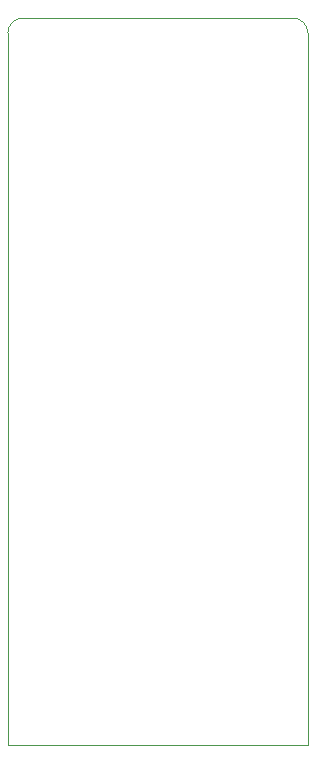
<source format=gm1>
G04 #@! TF.GenerationSoftware,KiCad,Pcbnew,(5.1.4)-1*
G04 #@! TF.CreationDate,2019-10-10T22:11:15+02:00*
G04 #@! TF.ProjectId,WirelessTouchLight,57697265-6c65-4737-9354-6f7563684c69,rev?*
G04 #@! TF.SameCoordinates,Original*
G04 #@! TF.FileFunction,Profile,NP*
%FSLAX46Y46*%
G04 Gerber Fmt 4.6, Leading zero omitted, Abs format (unit mm)*
G04 Created by KiCad (PCBNEW (5.1.4)-1) date 2019-10-10 22:11:15*
%MOMM*%
%LPD*%
G04 APERTURE LIST*
%ADD10C,0.050000*%
G04 APERTURE END LIST*
D10*
X39370000Y-79375000D02*
X64770000Y-79375000D01*
X39370000Y-79375000D02*
X39370000Y-19050000D01*
X64770000Y-19050000D02*
X64770000Y-79375000D01*
X63500000Y-17780000D02*
G75*
G02X64770000Y-19050000I0J-1270000D01*
G01*
X40640000Y-17780000D02*
X63500000Y-17780000D01*
X39370000Y-19050000D02*
G75*
G02X40640000Y-17780000I1270000J0D01*
G01*
M02*

</source>
